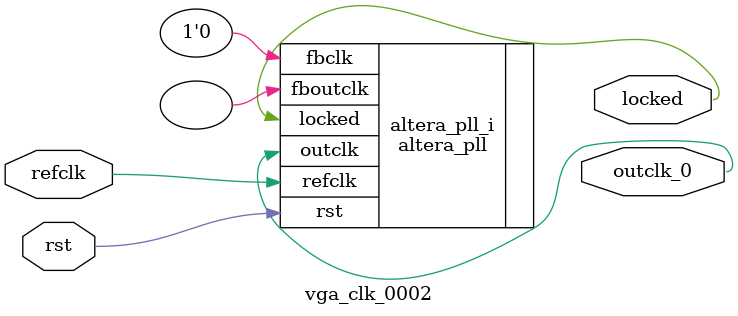
<source format=v>
`timescale 1ns/10ps
module  vga_clk_0002(

	// interface 'refclk'
	input wire refclk,

	// interface 'reset'
	input wire rst,

	// interface 'outclk0'
	output wire outclk_0,

	// interface 'locked'
	output wire locked
);

	altera_pll #(
		.fractional_vco_multiplier("false"),
		.reference_clock_frequency("50.0 MHz"),
		.operation_mode("direct"),
		.number_of_clocks(1),
		.output_clock_frequency0("25.000000 MHz"),
		.phase_shift0("0 ps"),
		.duty_cycle0(50),
		.output_clock_frequency1("0 MHz"),
		.phase_shift1("0 ps"),
		.duty_cycle1(50),
		.output_clock_frequency2("0 MHz"),
		.phase_shift2("0 ps"),
		.duty_cycle2(50),
		.output_clock_frequency3("0 MHz"),
		.phase_shift3("0 ps"),
		.duty_cycle3(50),
		.output_clock_frequency4("0 MHz"),
		.phase_shift4("0 ps"),
		.duty_cycle4(50),
		.output_clock_frequency5("0 MHz"),
		.phase_shift5("0 ps"),
		.duty_cycle5(50),
		.output_clock_frequency6("0 MHz"),
		.phase_shift6("0 ps"),
		.duty_cycle6(50),
		.output_clock_frequency7("0 MHz"),
		.phase_shift7("0 ps"),
		.duty_cycle7(50),
		.output_clock_frequency8("0 MHz"),
		.phase_shift8("0 ps"),
		.duty_cycle8(50),
		.output_clock_frequency9("0 MHz"),
		.phase_shift9("0 ps"),
		.duty_cycle9(50),
		.output_clock_frequency10("0 MHz"),
		.phase_shift10("0 ps"),
		.duty_cycle10(50),
		.output_clock_frequency11("0 MHz"),
		.phase_shift11("0 ps"),
		.duty_cycle11(50),
		.output_clock_frequency12("0 MHz"),
		.phase_shift12("0 ps"),
		.duty_cycle12(50),
		.output_clock_frequency13("0 MHz"),
		.phase_shift13("0 ps"),
		.duty_cycle13(50),
		.output_clock_frequency14("0 MHz"),
		.phase_shift14("0 ps"),
		.duty_cycle14(50),
		.output_clock_frequency15("0 MHz"),
		.phase_shift15("0 ps"),
		.duty_cycle15(50),
		.output_clock_frequency16("0 MHz"),
		.phase_shift16("0 ps"),
		.duty_cycle16(50),
		.output_clock_frequency17("0 MHz"),
		.phase_shift17("0 ps"),
		.duty_cycle17(50),
		.pll_type("General"),
		.pll_subtype("General")
	) altera_pll_i (
		.rst	(rst),
		.outclk	({outclk_0}),
		.locked	(locked),
		.fboutclk	( ),
		.fbclk	(1'b0),
		.refclk	(refclk)
	);
endmodule


</source>
